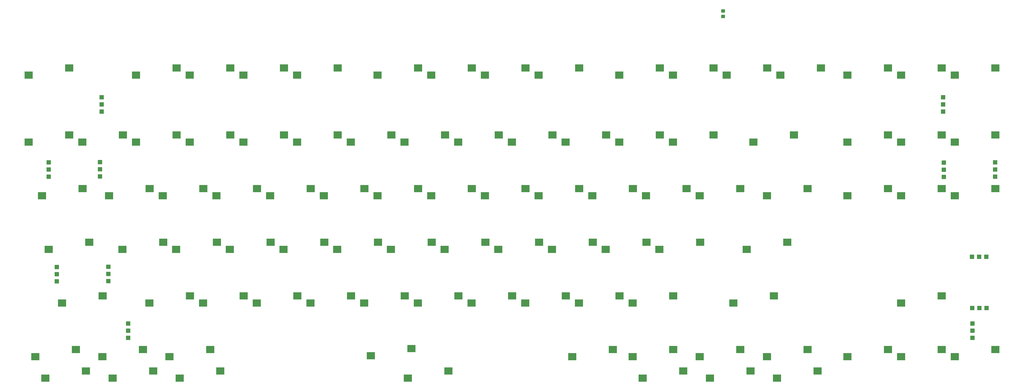
<source format=gbr>
%TF.GenerationSoftware,KiCad,Pcbnew,(6.0.6)*%
%TF.CreationDate,2023-05-08T18:17:21+05:30*%
%TF.ProjectId,mysterium-pcb,6d797374-6572-4697-956d-2d7063622e6b,rev?*%
%TF.SameCoordinates,Original*%
%TF.FileFunction,Paste,Bot*%
%TF.FilePolarity,Positive*%
%FSLAX46Y46*%
G04 Gerber Fmt 4.6, Leading zero omitted, Abs format (unit mm)*
G04 Created by KiCad (PCBNEW (6.0.6)) date 2023-05-08 18:17:21*
%MOMM*%
%LPD*%
G01*
G04 APERTURE LIST*
G04 Aperture macros list*
%AMRoundRect*
0 Rectangle with rounded corners*
0 $1 Rounding radius*
0 $2 $3 $4 $5 $6 $7 $8 $9 X,Y pos of 4 corners*
0 Add a 4 corners polygon primitive as box body*
4,1,4,$2,$3,$4,$5,$6,$7,$8,$9,$2,$3,0*
0 Add four circle primitives for the rounded corners*
1,1,$1+$1,$2,$3*
1,1,$1+$1,$4,$5*
1,1,$1+$1,$6,$7*
1,1,$1+$1,$8,$9*
0 Add four rect primitives between the rounded corners*
20,1,$1+$1,$2,$3,$4,$5,0*
20,1,$1+$1,$4,$5,$6,$7,0*
20,1,$1+$1,$6,$7,$8,$9,0*
20,1,$1+$1,$8,$9,$2,$3,0*%
G04 Aperture macros list end*
%ADD10R,3.000000X2.500000*%
%ADD11R,1.524000X1.524000*%
%ADD12RoundRect,0.249999X0.450001X-0.350001X0.450001X0.350001X-0.450001X0.350001X-0.450001X-0.350001X0*%
G04 APERTURE END LIST*
D10*
%TO.C,SW17*%
X72335200Y-111112300D03*
X57935200Y-113652300D03*
%TD*%
%TO.C,SW41*%
X215197500Y-130175000D03*
X200797500Y-132715000D03*
%TD*%
%TO.C,SW0*%
X53285200Y-87299800D03*
X38885200Y-89839800D03*
%TD*%
%TO.C,SW1*%
X91385200Y-87299800D03*
X76985200Y-89839800D03*
%TD*%
%TO.C,SW2*%
X110435200Y-87299800D03*
X96035200Y-89839800D03*
%TD*%
%TO.C,SW3*%
X129485200Y-87299800D03*
X115085200Y-89839800D03*
%TD*%
%TO.C,SW4*%
X148527580Y-87302340D03*
X134127580Y-89842340D03*
%TD*%
%TO.C,SW5*%
X177097500Y-87312500D03*
X162697500Y-89852500D03*
%TD*%
%TO.C,SW6*%
X196147500Y-87312500D03*
X181747500Y-89852500D03*
%TD*%
%TO.C,SW7*%
X215197500Y-87312500D03*
X200797500Y-89852500D03*
%TD*%
%TO.C,SW8*%
X234247500Y-87312500D03*
X219847500Y-89852500D03*
%TD*%
%TO.C,SW9*%
X262835200Y-87299800D03*
X248435200Y-89839800D03*
%TD*%
%TO.C,SW10*%
X281872500Y-87299800D03*
X267472500Y-89839800D03*
%TD*%
%TO.C,SW11*%
X300935200Y-87299800D03*
X286535200Y-89839800D03*
%TD*%
%TO.C,SW12*%
X319985200Y-87299800D03*
X305585200Y-89839800D03*
%TD*%
%TO.C,SW13*%
X343797700Y-87299800D03*
X329397700Y-89839800D03*
%TD*%
%TO.C,SW14*%
X362835000Y-87299800D03*
X348435000Y-89839800D03*
%TD*%
%TO.C,SW15*%
X381885000Y-87299800D03*
X367485000Y-89839800D03*
%TD*%
%TO.C,SW16*%
X53285200Y-111112300D03*
X38885200Y-113652300D03*
%TD*%
%TO.C,SW18*%
X91385200Y-111112300D03*
X76985200Y-113652300D03*
%TD*%
%TO.C,SW19*%
X110435200Y-111112300D03*
X96035200Y-113652300D03*
%TD*%
%TO.C,SW20*%
X129485200Y-111112300D03*
X115085200Y-113652300D03*
%TD*%
%TO.C,SW21*%
X148535200Y-111112300D03*
X134135200Y-113652300D03*
%TD*%
%TO.C,SW22*%
X167585200Y-111112300D03*
X153185200Y-113652300D03*
%TD*%
%TO.C,SW23*%
X186635200Y-111112300D03*
X172235200Y-113652300D03*
%TD*%
%TO.C,SW24*%
X205685200Y-111112300D03*
X191285200Y-113652300D03*
%TD*%
%TO.C,SW25*%
X224735200Y-111112300D03*
X210335200Y-113652300D03*
%TD*%
%TO.C,SW26*%
X243785200Y-111112300D03*
X229385200Y-113652300D03*
%TD*%
%TO.C,SW27*%
X262835200Y-111112300D03*
X248435200Y-113652300D03*
%TD*%
%TO.C,SW28*%
X281885200Y-111112300D03*
X267485200Y-113652300D03*
%TD*%
%TO.C,SW29*%
X310460200Y-111112300D03*
X296060200Y-113652300D03*
%TD*%
%TO.C,SW30*%
X343785000Y-111112300D03*
X329385000Y-113652300D03*
%TD*%
%TO.C,SW31*%
X362835000Y-111112300D03*
X348435000Y-113652300D03*
%TD*%
%TO.C,SW32*%
X381885000Y-111112300D03*
X367485000Y-113652300D03*
%TD*%
%TO.C,SW33*%
X58035000Y-130175000D03*
X43635000Y-132715000D03*
%TD*%
%TO.C,SW34*%
X81847500Y-130175000D03*
X67447500Y-132715000D03*
%TD*%
%TO.C,SW35*%
X100897500Y-130175000D03*
X86497500Y-132715000D03*
%TD*%
%TO.C,SW36*%
X119947500Y-130175000D03*
X105547500Y-132715000D03*
%TD*%
%TO.C,SW37*%
X138997500Y-130175000D03*
X124597500Y-132715000D03*
%TD*%
%TO.C,SW38*%
X158047500Y-130175000D03*
X143647500Y-132715000D03*
%TD*%
%TO.C,SW39*%
X177097500Y-130175000D03*
X162697500Y-132715000D03*
%TD*%
%TO.C,SW40*%
X196147500Y-130175000D03*
X181747500Y-132715000D03*
%TD*%
%TO.C,SW42*%
X234247500Y-130175000D03*
X219847500Y-132715000D03*
%TD*%
%TO.C,SW43*%
X253297500Y-130175000D03*
X238897500Y-132715000D03*
%TD*%
%TO.C,SW44*%
X272347500Y-130175000D03*
X257947500Y-132715000D03*
%TD*%
%TO.C,SW45*%
X291397500Y-130175000D03*
X276997500Y-132715000D03*
%TD*%
%TO.C,SW46*%
X315222700Y-130175000D03*
X300822700Y-132715000D03*
%TD*%
%TO.C,SW47*%
X343785000Y-130162300D03*
X329385000Y-132702300D03*
%TD*%
%TO.C,SW48*%
X362835000Y-130162300D03*
X348435000Y-132702300D03*
%TD*%
%TO.C,SW49*%
X381885000Y-130162300D03*
X367485000Y-132702300D03*
%TD*%
%TO.C,SW50*%
X60416250Y-149225000D03*
X46016250Y-151765000D03*
%TD*%
%TO.C,SW52*%
X86610000Y-149225000D03*
X72210000Y-151765000D03*
%TD*%
%TO.C,SW53*%
X105660000Y-149225000D03*
X91260000Y-151765000D03*
%TD*%
%TO.C,SW54*%
X124710000Y-149225000D03*
X110310000Y-151765000D03*
%TD*%
%TO.C,SW55*%
X143760000Y-149225000D03*
X129360000Y-151765000D03*
%TD*%
%TO.C,SW56*%
X162810000Y-149225000D03*
X148410000Y-151765000D03*
%TD*%
%TO.C,SW57*%
X181860000Y-149225000D03*
X167460000Y-151765000D03*
%TD*%
%TO.C,SW58*%
X200910000Y-149225000D03*
X186510000Y-151765000D03*
%TD*%
%TO.C,SW59*%
X219960000Y-149225000D03*
X205560000Y-151765000D03*
%TD*%
%TO.C,SW60*%
X239010000Y-149225000D03*
X224610000Y-151765000D03*
%TD*%
%TO.C,SW61*%
X258060000Y-149225000D03*
X243660000Y-151765000D03*
%TD*%
%TO.C,SW62*%
X277110000Y-149225000D03*
X262710000Y-151765000D03*
%TD*%
%TO.C,SW63*%
X308066250Y-149225000D03*
X293666250Y-151765000D03*
%TD*%
%TO.C,SW64*%
X65178750Y-168275000D03*
X50778750Y-170815000D03*
%TD*%
%TO.C,SW65*%
X96135000Y-168275000D03*
X81735000Y-170815000D03*
%TD*%
%TO.C,SW66*%
X115185000Y-168275000D03*
X100785000Y-170815000D03*
%TD*%
%TO.C,SW67*%
X134235000Y-168275000D03*
X119835000Y-170815000D03*
%TD*%
%TO.C,SW68*%
X153285000Y-168275000D03*
X138885000Y-170815000D03*
%TD*%
%TO.C,SW69*%
X172335000Y-168275000D03*
X157935000Y-170815000D03*
%TD*%
%TO.C,SW70*%
X191385000Y-168275000D03*
X176985000Y-170815000D03*
%TD*%
%TO.C,SW71*%
X210435000Y-168275000D03*
X196035000Y-170815000D03*
%TD*%
%TO.C,SW72*%
X229485000Y-168275000D03*
X215085000Y-170815000D03*
%TD*%
%TO.C,SW73*%
X248535000Y-168275000D03*
X234135000Y-170815000D03*
%TD*%
%TO.C,SW74*%
X267585000Y-168275000D03*
X253185000Y-170815000D03*
%TD*%
%TO.C,SW76*%
X362835000Y-168262300D03*
X348435000Y-170802300D03*
%TD*%
%TO.C,SW77*%
X44840080Y-197479920D03*
X59240080Y-194939920D03*
%TD*%
%TO.C,SW78*%
X55658830Y-187319920D03*
X41258830Y-189859920D03*
%TD*%
%TO.C,SW79*%
X79476410Y-187319920D03*
X65076410Y-189859920D03*
%TD*%
%TO.C,SW80*%
X68657660Y-197479920D03*
X83057660Y-194939920D03*
%TD*%
%TO.C,SW81*%
X92470160Y-197479920D03*
X106870160Y-194939920D03*
%TD*%
%TO.C,SW82*%
X103288910Y-187319920D03*
X88888910Y-189859920D03*
%TD*%
%TO.C,SW83*%
X174726600Y-186944000D03*
X160326600Y-189484000D03*
%TD*%
%TO.C,SW84*%
X173432660Y-197479920D03*
X187832660Y-194939920D03*
%TD*%
%TO.C,SW85*%
X246163910Y-187319920D03*
X231763910Y-189859920D03*
%TD*%
%TO.C,SW86*%
X267595160Y-187319920D03*
X253195160Y-189859920D03*
%TD*%
%TO.C,SW87*%
X256776410Y-197479920D03*
X271176410Y-194939920D03*
%TD*%
%TO.C,SW88*%
X280588910Y-197479920D03*
X294988910Y-194939920D03*
%TD*%
%TO.C,SW89*%
X291407660Y-187319920D03*
X277007660Y-189859920D03*
%TD*%
%TO.C,SW90*%
X315220160Y-187319920D03*
X300820160Y-189859920D03*
%TD*%
%TO.C,SW91*%
X304402680Y-197479920D03*
X318802680Y-194939920D03*
%TD*%
%TO.C,SW92*%
X343785000Y-187325000D03*
X329385000Y-189865000D03*
%TD*%
%TO.C,SW93*%
X362835000Y-187325000D03*
X348435000Y-189865000D03*
%TD*%
%TO.C,SW94*%
X381895160Y-187325000D03*
X367495160Y-189865000D03*
%TD*%
%TO.C,SW75*%
X303303750Y-168281350D03*
X288903750Y-170821350D03*
%TD*%
D11*
%TO.C,J2*%
X64830960Y-102824280D03*
X64830960Y-100284280D03*
X64830960Y-97744280D03*
%TD*%
%TO.C,J2*%
X363372400Y-102824280D03*
X363372400Y-100284280D03*
X363372400Y-97744280D03*
%TD*%
%TO.C,J2*%
X373735600Y-178104800D03*
X373735600Y-180644800D03*
X373735600Y-183184800D03*
%TD*%
%TO.C,J2*%
X74193400Y-178104800D03*
X74193400Y-180644800D03*
X74193400Y-183184800D03*
%TD*%
%TO.C,J2*%
X381787400Y-125882400D03*
X381787400Y-123342400D03*
X381787400Y-120802400D03*
%TD*%
%TO.C,J2*%
X363575600Y-125984000D03*
X363575600Y-123444000D03*
X363575600Y-120904000D03*
%TD*%
%TO.C,J2*%
X373684800Y-172542200D03*
X376224800Y-172542200D03*
X378764800Y-172542200D03*
%TD*%
%TO.C,J2*%
X373583200Y-154330400D03*
X376123200Y-154330400D03*
X378663200Y-154330400D03*
%TD*%
%TO.C,J2*%
X48920400Y-158013400D03*
X48920400Y-160553400D03*
X48920400Y-163093400D03*
%TD*%
%TO.C,J2*%
X67132200Y-157911800D03*
X67132200Y-160451800D03*
X67132200Y-162991800D03*
%TD*%
%TO.C,J2*%
X64185800Y-125857000D03*
X64185800Y-123317000D03*
X64185800Y-120777000D03*
%TD*%
%TO.C,J2*%
X45974000Y-125958600D03*
X45974000Y-123418600D03*
X45974000Y-120878600D03*
%TD*%
D12*
%TO.C,330*%
X285242000Y-69046600D03*
X285242000Y-67046600D03*
%TD*%
M02*

</source>
